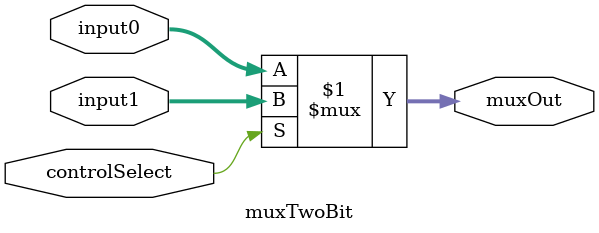
<source format=v>
`timescale 1ns / 1ps
module muxTwoBit(
	input [31:0] input0, input1,
	input controlSelect,
	output [31:0] muxOut
    );

assign muxOut = (controlSelect) ? input1 : input0;

endmodule

</source>
